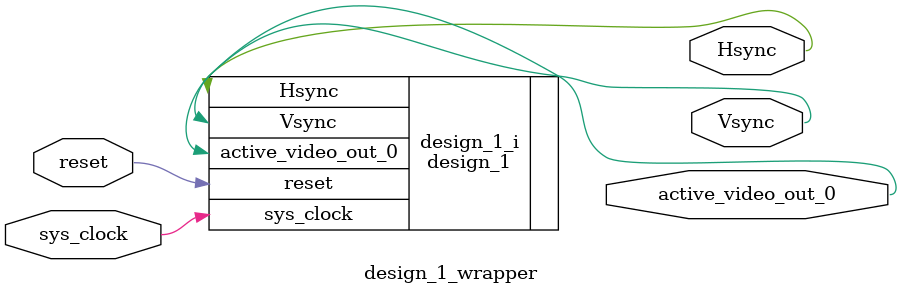
<source format=v>
`timescale 1 ps / 1 ps

module design_1_wrapper
   (Hsync,
    Vsync,
    active_video_out_0,
    reset,
    sys_clock);
  output Hsync;
  output Vsync;
  output active_video_out_0;
  input reset;
  input sys_clock;

  wire Hsync;
  wire Vsync;
  wire active_video_out_0;
  wire reset;
  wire sys_clock;

  design_1 design_1_i
       (.Hsync(Hsync),
        .Vsync(Vsync),
        .active_video_out_0(active_video_out_0),
        .reset(reset),
        .sys_clock(sys_clock));
endmodule

</source>
